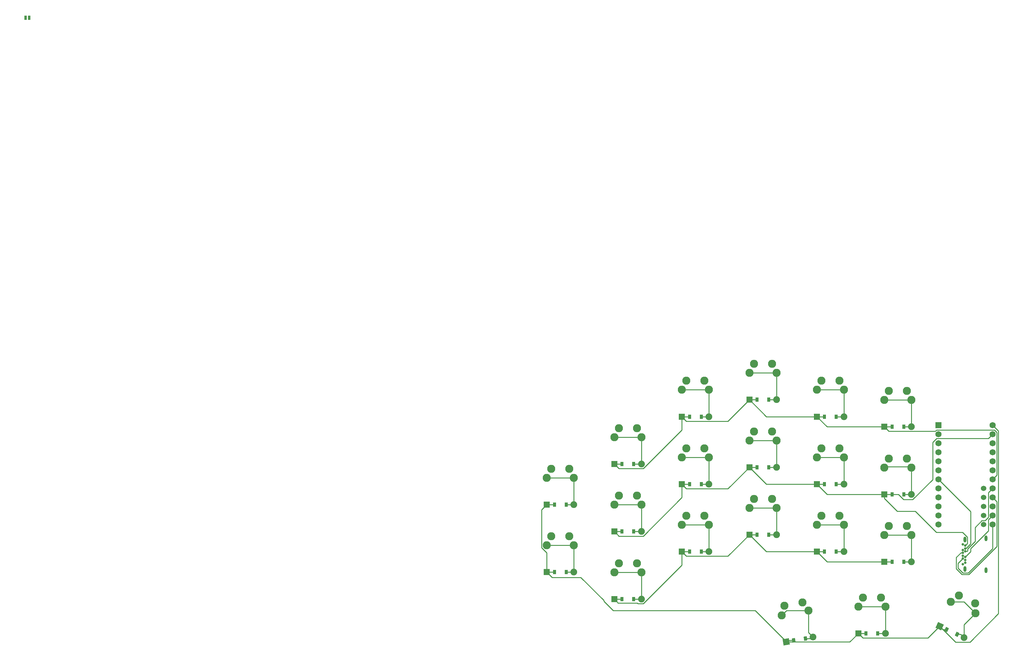
<source format=gbr>
%TF.GenerationSoftware,KiCad,Pcbnew,(7.0.0-0)*%
%TF.CreationDate,2023-06-05T18:59:04+10:00*%
%TF.ProjectId,trone,74726f6e-652e-46b6-9963-61645f706362,v1.0.0*%
%TF.SameCoordinates,Original*%
%TF.FileFunction,Copper,L1,Top*%
%TF.FilePolarity,Positive*%
%FSLAX46Y46*%
G04 Gerber Fmt 4.6, Leading zero omitted, Abs format (unit mm)*
G04 Created by KiCad (PCBNEW (7.0.0-0)) date 2023-06-05 18:59:04*
%MOMM*%
%LPD*%
G01*
G04 APERTURE LIST*
G04 Aperture macros list*
%AMRotRect*
0 Rectangle, with rotation*
0 The origin of the aperture is its center*
0 $1 length*
0 $2 width*
0 $3 Rotation angle, in degrees counterclockwise*
0 Add horizontal line*
21,1,$1,$2,0,0,$3*%
G04 Aperture macros list end*
%TA.AperFunction,ComponentPad*%
%ADD10C,2.286000*%
%TD*%
%TA.AperFunction,ComponentPad*%
%ADD11RotRect,1.778000X1.778000X10.000000*%
%TD*%
%TA.AperFunction,SMDPad,CuDef*%
%ADD12RotRect,0.900000X1.200000X10.000000*%
%TD*%
%TA.AperFunction,ComponentPad*%
%ADD13C,1.905000*%
%TD*%
%TA.AperFunction,SMDPad,CuDef*%
%ADD14R,0.635000X1.143000*%
%TD*%
%TA.AperFunction,ComponentPad*%
%ADD15R,1.778000X1.778000*%
%TD*%
%TA.AperFunction,SMDPad,CuDef*%
%ADD16R,0.900000X1.200000*%
%TD*%
%TA.AperFunction,ComponentPad*%
%ADD17R,1.752600X1.752600*%
%TD*%
%TA.AperFunction,ComponentPad*%
%ADD18C,1.752600*%
%TD*%
%TA.AperFunction,ComponentPad*%
%ADD19C,1.524000*%
%TD*%
%TA.AperFunction,ComponentPad*%
%ADD20RotRect,1.778000X1.778000X335.000000*%
%TD*%
%TA.AperFunction,SMDPad,CuDef*%
%ADD21RotRect,0.900000X1.200000X335.000000*%
%TD*%
%TA.AperFunction,ComponentPad*%
%ADD22C,0.700000*%
%TD*%
%TA.AperFunction,ComponentPad*%
%ADD23O,0.800000X1.600000*%
%TD*%
%TA.AperFunction,Conductor*%
%ADD24C,0.250000*%
%TD*%
G04 APERTURE END LIST*
D10*
%TO.P,S15,1*%
%TO.N,P10*%
X242460000Y-143012500D03*
X247540000Y-143012500D03*
%TO.P,S15,2*%
%TO.N,inner_bottom*%
X241190000Y-145552500D03*
X248810000Y-145552500D03*
%TD*%
%TO.P,S9,1*%
%TO.N,P14*%
X204460000Y-135392500D03*
X209540000Y-135392500D03*
%TO.P,S9,2*%
%TO.N,middle_bottom*%
X203190000Y-137932500D03*
X210810000Y-137932500D03*
%TD*%
%TO.P,S2,1*%
%TO.N,P18*%
X147460000Y-126920000D03*
X152540000Y-126920000D03*
%TO.P,S2,2*%
%TO.N,outer_top*%
X146190000Y-129460000D03*
X153810000Y-129460000D03*
%TD*%
D11*
%TO.P,D18,1*%
%TO.N,P1*%
X213591122Y-175585638D03*
D12*
X215718307Y-175210557D03*
%TO.P,D18,2*%
%TO.N,inner_fan*%
X218968173Y-174637519D03*
D13*
X221095359Y-174262439D03*
%TD*%
D14*
%TO.P,J1,1*%
%TO.N,N/C*%
X-500379Y0D03*
%TO.P,J1,2*%
X500379Y0D03*
%TD*%
D10*
%TO.P,S16,1*%
%TO.N,P10*%
X242460000Y-124012500D03*
X247540000Y-124012500D03*
%TO.P,S16,2*%
%TO.N,inner_home*%
X241190000Y-126552500D03*
X248810000Y-126552500D03*
%TD*%
%TO.P,S19,1*%
%TO.N,P16*%
X235146347Y-163120685D03*
X240226347Y-163120685D03*
%TO.P,S19,2*%
%TO.N,home_fan*%
X233876347Y-165660685D03*
X241496347Y-165660685D03*
%TD*%
D15*
%TO.P,D15,1*%
%TO.N,P19*%
X241189999Y-153092499D03*
D16*
X243349999Y-153092499D03*
%TO.P,D15,2*%
%TO.N,inner_bottom*%
X246649999Y-153092499D03*
D13*
X248810000Y-153092500D03*
%TD*%
D10*
%TO.P,S10,1*%
%TO.N,P14*%
X204460000Y-116392500D03*
X209540000Y-116392500D03*
%TO.P,S10,2*%
%TO.N,middle_home*%
X203190000Y-118932500D03*
X210810000Y-118932500D03*
%TD*%
D15*
%TO.P,D16,1*%
%TO.N,P0*%
X241189999Y-134092499D03*
D16*
X243349999Y-134092499D03*
%TO.P,D16,2*%
%TO.N,inner_home*%
X246649999Y-134092499D03*
D13*
X248810000Y-134092500D03*
%TD*%
D10*
%TO.P,S1,1*%
%TO.N,P15*%
X147460000Y-145920000D03*
X152540000Y-145920000D03*
%TO.P,S1,2*%
%TO.N,outer_home*%
X146190000Y-148460000D03*
X153810000Y-148460000D03*
%TD*%
D15*
%TO.P,D4,1*%
%TO.N,P0*%
X165189999Y-144569999D03*
D16*
X167349999Y-144569999D03*
%TO.P,D4,2*%
%TO.N,pinky_home*%
X170649999Y-144569999D03*
D13*
X172810000Y-144570000D03*
%TD*%
D10*
%TO.P,S5,1*%
%TO.N,P18*%
X166460000Y-115490000D03*
X171540000Y-115490000D03*
%TO.P,S5,2*%
%TO.N,pinky_top*%
X165190000Y-118030000D03*
X172810000Y-118030000D03*
%TD*%
D15*
%TO.P,D7,1*%
%TO.N,P0*%
X184189999Y-131234999D03*
D16*
X186349999Y-131234999D03*
%TO.P,D7,2*%
%TO.N,ring_home*%
X189649999Y-131234999D03*
D13*
X191810000Y-131235000D03*
%TD*%
D15*
%TO.P,D5,1*%
%TO.N,P4*%
X165189999Y-125569999D03*
D16*
X167349999Y-125569999D03*
%TO.P,D5,2*%
%TO.N,pinky_top*%
X170649999Y-125569999D03*
D13*
X172810000Y-125570000D03*
%TD*%
D10*
%TO.P,S14,1*%
%TO.N,P16*%
X223460000Y-102155000D03*
X228540000Y-102155000D03*
%TO.P,S14,2*%
%TO.N,index_top*%
X222190000Y-104695000D03*
X229810000Y-104695000D03*
%TD*%
D15*
%TO.P,D6,1*%
%TO.N,P19*%
X184189999Y-150234999D03*
D16*
X186349999Y-150234999D03*
%TO.P,D6,2*%
%TO.N,ring_bottom*%
X189649999Y-150234999D03*
D13*
X191810000Y-150235000D03*
%TD*%
D10*
%TO.P,S7,1*%
%TO.N,P15*%
X185460000Y-121155000D03*
X190540000Y-121155000D03*
%TO.P,S7,2*%
%TO.N,ring_home*%
X184190000Y-123695000D03*
X191810000Y-123695000D03*
%TD*%
%TO.P,S3,1*%
%TO.N,P18*%
X166460000Y-153490000D03*
X171540000Y-153490000D03*
%TO.P,S3,2*%
%TO.N,pinky_bottom*%
X165190000Y-156030000D03*
X172810000Y-156030000D03*
%TD*%
D15*
%TO.P,D8,1*%
%TO.N,P4*%
X184189999Y-112234999D03*
D16*
X186349999Y-112234999D03*
%TO.P,D8,2*%
%TO.N,ring_top*%
X189649999Y-112234999D03*
D13*
X191810000Y-112235000D03*
%TD*%
D15*
%TO.P,D3,1*%
%TO.N,P19*%
X165189999Y-163569999D03*
D16*
X167349999Y-163569999D03*
%TO.P,D3,2*%
%TO.N,pinky_bottom*%
X170649999Y-163569999D03*
D13*
X172810000Y-163570000D03*
%TD*%
D10*
%TO.P,S11,1*%
%TO.N,P14*%
X204460000Y-97392500D03*
X209540000Y-97392500D03*
%TO.P,S11,2*%
%TO.N,middle_top*%
X203190000Y-99932500D03*
X210810000Y-99932500D03*
%TD*%
D17*
%TO.P,MCU1,1*%
%TO.N,RAW*%
X256379999Y-114622499D03*
D18*
%TO.P,MCU1,2*%
%TO.N,GND*%
X256380000Y-117162500D03*
%TO.P,MCU1,3*%
%TO.N,RST*%
X256380000Y-119702500D03*
%TO.P,MCU1,4*%
%TO.N,VCC*%
X256380000Y-122242500D03*
%TO.P,MCU1,5*%
%TO.N,P21*%
X256380000Y-124782500D03*
%TO.P,MCU1,6*%
%TO.N,P20*%
X256380000Y-127322500D03*
%TO.P,MCU1,7*%
%TO.N,P19*%
X256380000Y-129862500D03*
%TO.P,MCU1,8*%
%TO.N,P18*%
X256380000Y-132402500D03*
%TO.P,MCU1,9*%
%TO.N,P15*%
X256380000Y-134942500D03*
%TO.P,MCU1,10*%
%TO.N,P14*%
X256380000Y-137482500D03*
%TO.P,MCU1,11*%
%TO.N,P16*%
X256380000Y-140022500D03*
%TO.P,MCU1,12*%
%TO.N,P10*%
X256380000Y-142562500D03*
%TO.P,MCU1,13*%
%TO.N,P1*%
X271620000Y-114622500D03*
%TO.P,MCU1,14*%
%TO.N,P0*%
X271620000Y-117162500D03*
%TO.P,MCU1,15*%
%TO.N,GND*%
X271620000Y-119702500D03*
%TO.P,MCU1,16*%
X271620000Y-122242500D03*
%TO.P,MCU1,17*%
%TO.N,P2*%
X271620000Y-124782500D03*
%TO.P,MCU1,18*%
%TO.N,P3*%
X271620000Y-127322500D03*
%TO.P,MCU1,19*%
%TO.N,P4*%
X271620000Y-129862500D03*
%TO.P,MCU1,20*%
%TO.N,P5*%
X271620000Y-132402500D03*
%TO.P,MCU1,21*%
%TO.N,P6*%
X271620000Y-134942500D03*
%TO.P,MCU1,22*%
%TO.N,P7*%
X271620000Y-137482500D03*
%TO.P,MCU1,23*%
%TO.N,P8*%
X271620000Y-140022500D03*
%TO.P,MCU1,24*%
%TO.N,P9*%
X271620000Y-142562500D03*
D19*
%TO.P,MCU1,25*%
%TO.N,P18*%
X269080000Y-132402500D03*
%TO.P,MCU1,26*%
%TO.N,P15*%
X269080000Y-134942500D03*
%TO.P,MCU1,27*%
%TO.N,P14*%
X269080000Y-137482500D03*
%TO.P,MCU1,28*%
%TO.N,P16*%
X269080000Y-140022500D03*
%TO.P,MCU1,29*%
%TO.N,P10*%
X269080000Y-142562500D03*
%TD*%
D20*
%TO.P,D20,1*%
%TO.N,P1*%
X256715921Y-171190377D03*
D21*
X258673546Y-172103233D03*
%TO.P,D20,2*%
%TO.N,outer_fan*%
X261664362Y-173497873D03*
D13*
X263621988Y-174410730D03*
%TD*%
D10*
%TO.P,S12,1*%
%TO.N,P16*%
X223460000Y-140155000D03*
X228540000Y-140155000D03*
%TO.P,S12,2*%
%TO.N,index_bottom*%
X222190000Y-142695000D03*
X229810000Y-142695000D03*
%TD*%
D15*
%TO.P,D10,1*%
%TO.N,P0*%
X203189999Y-126472499D03*
D16*
X205349999Y-126472499D03*
%TO.P,D10,2*%
%TO.N,middle_home*%
X208649999Y-126472499D03*
D13*
X210810000Y-126472500D03*
%TD*%
D15*
%TO.P,D11,1*%
%TO.N,P4*%
X203189999Y-107472499D03*
D16*
X205349999Y-107472499D03*
%TO.P,D11,2*%
%TO.N,middle_top*%
X208649999Y-107472499D03*
D13*
X210810000Y-107472500D03*
%TD*%
D10*
%TO.P,S17,1*%
%TO.N,P10*%
X242460000Y-105012500D03*
X247540000Y-105012500D03*
%TO.P,S17,2*%
%TO.N,inner_top*%
X241190000Y-107552500D03*
X248810000Y-107552500D03*
%TD*%
%TO.P,S4,1*%
%TO.N,P18*%
X166460000Y-134490000D03*
X171540000Y-134490000D03*
%TO.P,S4,2*%
%TO.N,pinky_home*%
X165190000Y-137030000D03*
X172810000Y-137030000D03*
%TD*%
D15*
%TO.P,D9,1*%
%TO.N,P19*%
X203189999Y-145472499D03*
D16*
X205349999Y-145472499D03*
%TO.P,D9,2*%
%TO.N,middle_bottom*%
X208649999Y-145472499D03*
D13*
X210810000Y-145472500D03*
%TD*%
D10*
%TO.P,S8,1*%
%TO.N,P15*%
X185460000Y-102155000D03*
X190540000Y-102155000D03*
%TO.P,S8,2*%
%TO.N,ring_top*%
X184190000Y-104695000D03*
X191810000Y-104695000D03*
%TD*%
%TO.P,S13,1*%
%TO.N,P16*%
X223460000Y-121155000D03*
X228540000Y-121155000D03*
%TO.P,S13,2*%
%TO.N,index_home*%
X222190000Y-123695000D03*
X229810000Y-123695000D03*
%TD*%
D15*
%TO.P,D17,1*%
%TO.N,P4*%
X241189999Y-115092499D03*
D16*
X243349999Y-115092499D03*
%TO.P,D17,2*%
%TO.N,inner_top*%
X246649999Y-115092499D03*
D13*
X248810000Y-115092500D03*
%TD*%
D15*
%TO.P,D14,1*%
%TO.N,P4*%
X222189999Y-112234999D03*
D16*
X224349999Y-112234999D03*
%TO.P,D14,2*%
%TO.N,index_top*%
X227649999Y-112234999D03*
D13*
X229810000Y-112235000D03*
%TD*%
D15*
%TO.P,D19,1*%
%TO.N,P1*%
X233876346Y-173200684D03*
D16*
X236036346Y-173200684D03*
%TO.P,D19,2*%
%TO.N,home_fan*%
X239336346Y-173200684D03*
D13*
X241496347Y-173200685D03*
%TD*%
D15*
%TO.P,D2,1*%
%TO.N,P1*%
X146189999Y-136999999D03*
D16*
X148349999Y-136999999D03*
%TO.P,D2,2*%
%TO.N,outer_top*%
X151649999Y-136999999D03*
D13*
X153810000Y-137000000D03*
%TD*%
D10*
%TO.P,S6,1*%
%TO.N,P15*%
X185460000Y-140155000D03*
X190540000Y-140155000D03*
%TO.P,S6,2*%
%TO.N,ring_bottom*%
X184190000Y-142695000D03*
X191810000Y-142695000D03*
%TD*%
D22*
%TO.P,USBC1,B1*%
%TO.N,P4*%
X263217500Y-148150000D03*
%TO.P,USBC1,B2*%
%TO.N,P0*%
X263917500Y-148550000D03*
%TO.P,USBC1,B3*%
%TO.N,P19*%
X263917500Y-149350000D03*
%TO.P,USBC1,B4*%
%TO.N,P1*%
X263217500Y-149750000D03*
%TO.P,USBC1,B5*%
%TO.N,P5*%
X263917500Y-150150000D03*
%TO.P,USBC1,B6*%
%TO.N,P6*%
X263217500Y-150550000D03*
%TO.P,USBC1,B7*%
%TO.N,P7*%
X263217500Y-151350000D03*
%TO.P,USBC1,B8*%
%TO.N,P8*%
X263917500Y-151750000D03*
%TO.P,USBC1,B9*%
%TO.N,P9*%
X263217500Y-152150000D03*
%TO.P,USBC1,B10*%
%TO.N,N/C*%
X263917500Y-152550000D03*
%TO.P,USBC1,B11*%
X263917500Y-153350000D03*
%TO.P,USBC1,B12*%
X263217500Y-153750000D03*
D23*
%TO.P,USBC1,SH1*%
X263817499Y-155079999D03*
%TO.P,USBC1,SH2*%
X263817499Y-146819999D03*
%TO.P,USBC1,SH3*%
X269767499Y-155439999D03*
%TO.P,USBC1,SH4*%
X269767499Y-146459999D03*
%TD*%
D15*
%TO.P,D12,1*%
%TO.N,P19*%
X222189999Y-150234999D03*
D16*
X224349999Y-150234999D03*
%TO.P,D12,2*%
%TO.N,index_bottom*%
X227649999Y-150234999D03*
D13*
X229810000Y-150235000D03*
%TD*%
D15*
%TO.P,D13,1*%
%TO.N,P0*%
X222189999Y-131234999D03*
D16*
X224349999Y-131234999D03*
%TO.P,D13,2*%
%TO.N,index_home*%
X227649999Y-131234999D03*
D13*
X229810000Y-131235000D03*
%TD*%
D10*
%TO.P,S20,1*%
%TO.N,P10*%
X262126925Y-162591521D03*
X266730969Y-164738422D03*
%TO.P,S20,2*%
%TO.N,outer_fan*%
X259902464Y-164356818D03*
X266808529Y-167577169D03*
%TD*%
D15*
%TO.P,D1,1*%
%TO.N,P1*%
X146189999Y-155999999D03*
D16*
X148349999Y-155999999D03*
%TO.P,D1,2*%
%TO.N,outer_home*%
X151649999Y-155999999D03*
D13*
X153810000Y-156000000D03*
%TD*%
D10*
%TO.P,S18,1*%
%TO.N,P14*%
X213091456Y-165438243D03*
X218094279Y-164556110D03*
%TO.P,S18,2*%
%TO.N,inner_fan*%
X212281816Y-168160188D03*
X219786051Y-166836989D03*
%TD*%
D24*
%TO.N,outer_home*%
X153810000Y-148460000D02*
X153810000Y-156000000D01*
X146190000Y-148460000D02*
X153810000Y-148460000D01*
X151650000Y-156000000D02*
X153810000Y-156000000D01*
%TO.N,outer_top*%
X151650000Y-137000000D02*
X153810000Y-137000000D01*
X153810000Y-129460000D02*
X146190000Y-129460000D01*
X153810000Y-137000000D02*
X153810000Y-129460000D01*
%TO.N,pinky_bottom*%
X172810000Y-156030000D02*
X165190000Y-156030000D01*
X172810000Y-163570000D02*
X172810000Y-162222962D01*
X172810000Y-162222962D02*
X172810000Y-156030000D01*
X170650000Y-163570000D02*
X172810000Y-163570000D01*
%TO.N,pinky_home*%
X172810000Y-137030000D02*
X165190000Y-137030000D01*
X170650000Y-144570000D02*
X172810000Y-144570000D01*
X172810000Y-144570000D02*
X172810000Y-137030000D01*
%TO.N,pinky_top*%
X172810000Y-118030000D02*
X165190000Y-118030000D01*
X172810000Y-125570000D02*
X172810000Y-118030000D01*
X170650000Y-125570000D02*
X172810000Y-125570000D01*
%TO.N,ring_bottom*%
X189650000Y-150235000D02*
X191810000Y-150235000D01*
X191810000Y-142695000D02*
X184190000Y-142695000D01*
X191810000Y-150235000D02*
X191810000Y-142695000D01*
%TO.N,ring_home*%
X191810000Y-131235000D02*
X191810000Y-123695000D01*
X189650000Y-131235000D02*
X191810000Y-131235000D01*
X191810000Y-123695000D02*
X184190000Y-123695000D01*
%TO.N,ring_top*%
X184190000Y-104695000D02*
X191810000Y-104695000D01*
X189650000Y-112235000D02*
X191810000Y-112235000D01*
X191810000Y-112235000D02*
X191810000Y-104695000D01*
%TO.N,middle_bottom*%
X210810000Y-145472500D02*
X210810000Y-137932500D01*
X208650000Y-145472500D02*
X210810000Y-145472500D01*
X210810000Y-137932500D02*
X203190000Y-137932500D01*
%TO.N,middle_home*%
X210810000Y-126472500D02*
X210810000Y-118932500D01*
X208650000Y-126472500D02*
X210810000Y-126472500D01*
X210810000Y-118932500D02*
X203190000Y-118932500D01*
%TO.N,middle_top*%
X210810000Y-107472500D02*
X210810000Y-99932500D01*
X210810000Y-99932500D02*
X203190000Y-99932500D01*
X208650000Y-107472500D02*
X210810000Y-107472500D01*
%TO.N,index_bottom*%
X229810000Y-142695000D02*
X222190000Y-142695000D01*
X229810000Y-150235000D02*
X229810000Y-142695000D01*
X227650000Y-150235000D02*
X229810000Y-150235000D01*
%TO.N,index_home*%
X227650000Y-131235000D02*
X229810000Y-131235000D01*
X229810000Y-131235000D02*
X229810000Y-123695000D01*
X229810000Y-123695000D02*
X222190000Y-123695000D01*
%TO.N,index_top*%
X227650000Y-112235000D02*
X229810000Y-112235000D01*
X229810000Y-104695000D02*
X222190000Y-104695000D01*
X229810000Y-112235000D02*
X229810000Y-104695000D01*
%TO.N,inner_bottom*%
X246650000Y-153092500D02*
X248810000Y-153092500D01*
X248810000Y-153092500D02*
X248810000Y-145552500D01*
X248810000Y-145552500D02*
X241190000Y-145552500D01*
%TO.N,inner_home*%
X241388000Y-126354500D02*
X241190000Y-126552500D01*
X248810000Y-134092500D02*
X248810000Y-126552500D01*
X248612000Y-126354500D02*
X241388000Y-126354500D01*
X246650000Y-134092500D02*
X248810000Y-134092500D01*
X248810000Y-126552500D02*
X248612000Y-126354500D01*
%TO.N,inner_top*%
X248810000Y-115092500D02*
X248810000Y-107552500D01*
X248810000Y-107552500D02*
X241190000Y-107552500D01*
X246650000Y-115092500D02*
X248810000Y-115092500D01*
%TO.N,inner_fan*%
X221095359Y-174262439D02*
X219786051Y-172953131D01*
X219786051Y-172953131D02*
X219786051Y-166836989D01*
X220720278Y-174637520D02*
X221095359Y-174262439D01*
X219786051Y-166836989D02*
X213605015Y-166836989D01*
X218968174Y-174637520D02*
X220720278Y-174637520D01*
X213605015Y-166836989D02*
X212281816Y-168160188D01*
%TO.N,home_fan*%
X241496347Y-173200685D02*
X241496347Y-165660685D01*
X239336347Y-173200685D02*
X241496347Y-173200685D01*
X241496347Y-165660685D02*
X233876347Y-165660685D01*
%TO.N,outer_fan*%
X263621988Y-170763710D02*
X266808529Y-167577169D01*
X261664363Y-173497874D02*
X262709132Y-173497874D01*
X263621988Y-174410730D02*
X263621988Y-170763710D01*
X263588178Y-164356818D02*
X259902464Y-164356818D01*
X262709132Y-173497874D02*
X263621988Y-174410730D01*
X266808529Y-167577169D02*
X263588178Y-164356818D01*
%TO.N,P1*%
X213591123Y-175537016D02*
X204873608Y-166819501D01*
X162244599Y-164150289D02*
X162244599Y-163961756D01*
X146190000Y-150536066D02*
X144722000Y-149068066D01*
X236036347Y-173200685D02*
X233876347Y-173200685D01*
X265255770Y-175688230D02*
X261213774Y-175688230D01*
X148350000Y-156000000D02*
X146190000Y-156000000D01*
X273270801Y-116273301D02*
X273270801Y-167673199D01*
X204873608Y-166819501D02*
X164913811Y-166819501D01*
X213591123Y-175585639D02*
X213591123Y-175537016D01*
X235153847Y-174478185D02*
X233876347Y-173200685D01*
X155762843Y-157480000D02*
X147670000Y-157480000D01*
X215718308Y-175210558D02*
X213966204Y-175210558D01*
X233876347Y-173200685D02*
X231445486Y-175631546D01*
X231445486Y-175631546D02*
X213637030Y-175631546D01*
X213966204Y-175210558D02*
X213591123Y-175585639D01*
X146190000Y-156000000D02*
X146190000Y-150536066D01*
X256715922Y-171190378D02*
X253428115Y-174478185D01*
X164913811Y-166819501D02*
X162244599Y-164150289D01*
X257628778Y-172103234D02*
X256715922Y-171190378D01*
X213637030Y-175631546D02*
X213591123Y-175585639D01*
X144722000Y-138468000D02*
X146190000Y-137000000D01*
X148350000Y-137000000D02*
X146190000Y-137000000D01*
X162244599Y-163961756D02*
X155762843Y-157480000D01*
X147670000Y-157480000D02*
X146190000Y-156000000D01*
X144722000Y-149068066D02*
X144722000Y-138468000D01*
X253428115Y-174478185D02*
X235153847Y-174478185D01*
X273270801Y-167673199D02*
X265255770Y-175688230D01*
X258673547Y-172103234D02*
X257628778Y-172103234D01*
X271620000Y-114622500D02*
X273270801Y-116273301D01*
X261213774Y-175688230D02*
X256715922Y-171190378D01*
%TO.N,P19*%
X186350000Y-150235000D02*
X184190000Y-150235000D01*
X166270499Y-164650499D02*
X171636189Y-164650499D01*
X222190000Y-150235000D02*
X225047500Y-153092500D01*
X207952500Y-150235000D02*
X222190000Y-150235000D01*
X171636189Y-164650499D02*
X171833190Y-164847500D01*
X265430499Y-148001311D02*
X265430499Y-138912999D01*
X225047500Y-153092500D02*
X241190000Y-153092500D01*
X184190000Y-150235000D02*
X185467500Y-151512500D01*
X185467500Y-151512500D02*
X197150000Y-151512500D01*
X264081810Y-149350000D02*
X265430499Y-148001311D01*
X243350000Y-153092500D02*
X241190000Y-153092500D01*
X205350000Y-145472500D02*
X203190000Y-145472500D01*
X203190000Y-145472500D02*
X207952500Y-150235000D01*
X173339158Y-164847500D02*
X184190000Y-153996658D01*
X171833190Y-164847500D02*
X173339158Y-164847500D01*
X197150000Y-151512500D02*
X203190000Y-145472500D01*
X167350000Y-163570000D02*
X165190000Y-163570000D01*
X265430499Y-138912999D02*
X256380000Y-129862500D01*
X184190000Y-153996658D02*
X184190000Y-150235000D01*
X165190000Y-163570000D02*
X166270499Y-164650499D01*
X263917500Y-149350000D02*
X264081810Y-149350000D01*
X224350000Y-150235000D02*
X222190000Y-150235000D01*
%TO.N,P0*%
X270418500Y-118364000D02*
X271620000Y-117162500D01*
X263917500Y-148550000D02*
X264542500Y-147925000D01*
X243350000Y-134092500D02*
X241190000Y-134092500D01*
X203190000Y-126472500D02*
X197150000Y-132512500D01*
X167350000Y-144570000D02*
X165190000Y-144570000D01*
X186350000Y-131235000D02*
X184190000Y-131235000D01*
X241190000Y-134092500D02*
X225047500Y-134092500D01*
X254762000Y-129947158D02*
X254762000Y-119484205D01*
X254762000Y-119484205D02*
X255882205Y-118364000D01*
X263202805Y-144780000D02*
X255828595Y-144780000D01*
X184190000Y-131235000D02*
X184190000Y-134996658D01*
X241190000Y-135231500D02*
X241190000Y-134092500D01*
X255882205Y-118364000D02*
X270418500Y-118364000D01*
X207952500Y-131235000D02*
X203190000Y-126472500D01*
X255828595Y-144780000D02*
X249920619Y-138872024D01*
X205350000Y-126472500D02*
X203190000Y-126472500D01*
X244830524Y-138872024D02*
X241190000Y-135231500D01*
X241190000Y-134092500D02*
X245099143Y-134092500D01*
X184190000Y-134996658D02*
X173339158Y-145847500D01*
X225047500Y-134092500D02*
X222190000Y-131235000D01*
X249920619Y-138872024D02*
X244830524Y-138872024D01*
X173339158Y-145847500D02*
X166467500Y-145847500D01*
X249161121Y-135548037D02*
X254762000Y-129947158D01*
X197150000Y-132512500D02*
X185467500Y-132512500D01*
X166467500Y-145847500D02*
X165190000Y-144570000D01*
X185467500Y-132512500D02*
X184190000Y-131235000D01*
X224350000Y-131235000D02*
X222190000Y-131235000D01*
X264542500Y-146119695D02*
X263202805Y-144780000D01*
X246554680Y-135548037D02*
X249161121Y-135548037D01*
X264542500Y-147925000D02*
X264542500Y-146119695D01*
X245099143Y-134092500D02*
X246554680Y-135548037D01*
X222190000Y-131235000D02*
X207952500Y-131235000D01*
%TO.N,P4*%
X272821300Y-128661200D02*
X271620000Y-129862500D01*
X243350000Y-115092500D02*
X241190000Y-115092500D01*
X166467500Y-126847500D02*
X165190000Y-125570000D01*
X184190000Y-115996658D02*
X173339158Y-126847500D01*
X185467500Y-113512500D02*
X184190000Y-112235000D01*
X241190000Y-115092500D02*
X225047500Y-115092500D01*
X205350000Y-107472500D02*
X203190000Y-107472500D01*
X272117595Y-115961200D02*
X272821300Y-116664905D01*
X255473605Y-116370000D02*
X255882405Y-115961200D01*
X173339158Y-126847500D02*
X166467500Y-126847500D01*
X255882405Y-115961200D02*
X272117595Y-115961200D01*
X225047500Y-115092500D02*
X222190000Y-112235000D01*
X242467500Y-116370000D02*
X255473605Y-116370000D01*
X197150000Y-113512500D02*
X185467500Y-113512500D01*
X224350000Y-112235000D02*
X222190000Y-112235000D01*
X186350000Y-112235000D02*
X184190000Y-112235000D01*
X241190000Y-115092500D02*
X242467500Y-116370000D01*
X272821300Y-116664905D02*
X272821300Y-128661200D01*
X222190000Y-112235000D02*
X207952500Y-112235000D01*
X203190000Y-107472500D02*
X197150000Y-113512500D01*
X207952500Y-112235000D02*
X203190000Y-107472500D01*
X167350000Y-125570000D02*
X165190000Y-125570000D01*
X184190000Y-112235000D02*
X184190000Y-115996658D01*
%TO.N,P5*%
X270418700Y-133603800D02*
X270418700Y-140587051D01*
X266700000Y-143405249D02*
X266700000Y-147367500D01*
X264592500Y-149969974D02*
X264412474Y-150150000D01*
X269530251Y-141475500D02*
X268629749Y-141475500D01*
X264412474Y-150150000D02*
X263917500Y-150150000D01*
X270418700Y-140587051D02*
X269530251Y-141475500D01*
X268629749Y-141475500D02*
X266700000Y-143405249D01*
X264592500Y-149475000D02*
X264592500Y-149969974D01*
X271620000Y-132402500D02*
X270418700Y-133603800D01*
X266700000Y-147367500D02*
X264592500Y-149475000D01*
%TO.N,P6*%
X262722526Y-150550000D02*
X263217500Y-150550000D01*
X272821300Y-136143800D02*
X272821300Y-148774297D01*
X271620000Y-134942500D02*
X272821300Y-136143800D01*
X261417500Y-155026345D02*
X261417500Y-151855026D01*
X272821300Y-148774297D02*
X264941096Y-156654501D01*
X264941096Y-156654501D02*
X263045656Y-156654501D01*
X263045656Y-156654501D02*
X261417500Y-155026345D01*
X261417500Y-151855026D02*
X262722526Y-150550000D01*
%TO.N,P7*%
X271780000Y-137322500D02*
X271780000Y-137160000D01*
X271620000Y-137482500D02*
X271780000Y-137322500D01*
%TO.N,P8*%
X265430000Y-149372195D02*
X265430000Y-150237500D01*
X270418700Y-141223800D02*
X270418700Y-144383495D01*
X271620000Y-140022500D02*
X270418700Y-141223800D01*
X270418700Y-144383495D02*
X265430000Y-149372195D01*
X265430000Y-150237500D02*
X263917500Y-151750000D01*
%TO.N,P9*%
X271620000Y-149339201D02*
X264754201Y-156205000D01*
X263231845Y-156205000D02*
X261867001Y-154840156D01*
X261867001Y-153500499D02*
X263217500Y-152150000D01*
X264754201Y-156205000D02*
X263231845Y-156205000D01*
X271620000Y-142562500D02*
X271620000Y-149339201D01*
X261867001Y-154840156D02*
X261867001Y-153500499D01*
%TD*%
M02*

</source>
